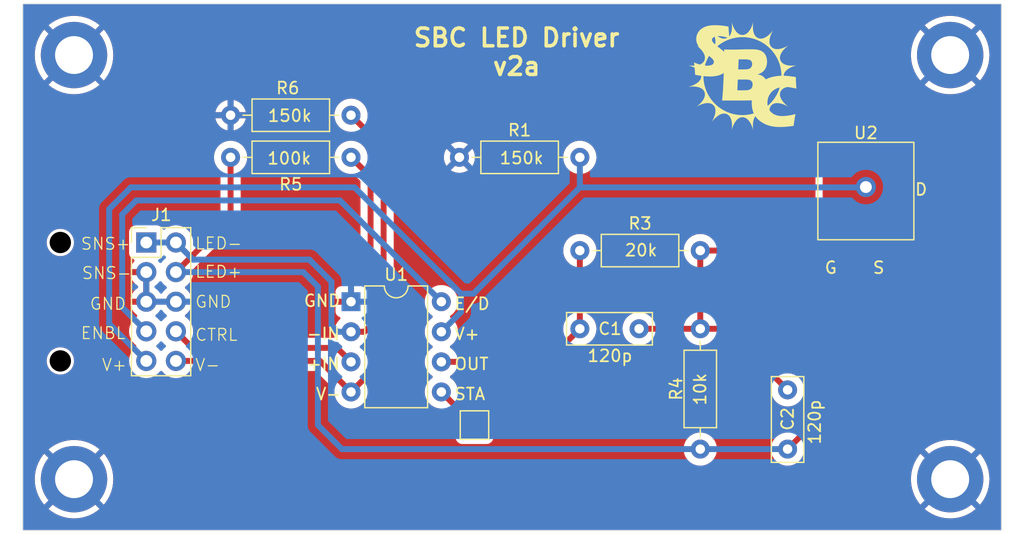
<source format=kicad_pcb>
(kicad_pcb (version 20221018) (generator pcbnew)
  (title_block (title "SBC LED driver") (date "2023-05-23") (rev "v2a") (company "SBC / Northwestern University") (comment 3 "Modified by: Zhiheng Sheng") (comment 4 "Author: Shilin Ray"))
  (layers (0 "F.Cu" signal) (31 "B.Cu" signal) (34 "B.Paste" user) (35 "F.Paste" user) (36 "B.SilkS" user "B.Silkscreen") (37 "F.SilkS" user "F.Silkscreen") (38 "B.Mask" user) (39 "F.Mask" user) (44 "Edge.Cuts" user))
  (net 0 "")
  (net 1 "GND")
  (net 2 "/ENBL")
  (net 3 "/V+")
  (net 4 "/OUT")
  (net 5 "/GATE")
  (net 6 "/LED+")
  (net 7 "/V-")
  (net 8 "/LED-")
  (net 9 "/STATUS")
  (net 10 "/CTRL")
  (footprint "Capacitor_THT:C_Disc_D7.0mm_W2.5mm_P5.00mm" (layer "F.Cu") (at 122.936 71.12 90)
    (fp_text reference "C2" (at 2.54 0 90) (layer "F.SilkS"))
    (fp_text value "120p" (at 2.286 2.286 90) (layer "F.SilkS"))
    (pad "1" thru_hole circle (at 0 0 90) (size 1.6 1.6) (drill 0.8) (layers "*.Cu" "*.Mask") (net 6 "/LED+"))
    (pad "2" thru_hole circle (at 5 0 90) (size 1.6 1.6) (drill 0.8) (layers "*.Cu" "*.Mask") (net 5 "/GATE"))
  )
  (footprint "Resistor_THT:R_Axial_DIN0207_L6.3mm_D2.5mm_P10.16mm_Horizontal" (layer "F.Cu") (at 95.25 46.482)
    (fp_text reference "R1" (at 5.08 -2.286) (layer "F.SilkS"))
    (fp_text value "150k" (at 5.245428 0.066371) (layer "F.SilkS"))
    (pad "1" thru_hole circle (at 0 0) (size 1.6 1.6) (drill 0.8) (layers "*.Cu" "*.Mask") (net 1 "GND"))
    (pad "2" thru_hole oval (at 10.16 0) (size 1.6 1.6) (drill 0.8) (layers "*.Cu" "*.Mask") (net 3 "/V+"))
  )
  (footprint "MountingHole:MountingHole_3.2mm_M3_DIN965_Pad" (layer "F.Cu") (at 62.738 37.846)
    (fp_text reference "J3")
    (fp_text value "Conn_01x01_Pin")
    (pad "1" thru_hole circle (at 0 0) (size 5.6 5.6) (drill 3.2) (layers "*.Cu" "*.Mask") (net 1 "GND"))
  )
  (footprint "MountingHole:MountingHole_3.2mm_M3_DIN965_Pad" (layer "F.Cu") (at 136.652 37.846)
    (fp_text reference "J4")
    (fp_text value "Conn_01x01_Pin")
    (pad "1" thru_hole circle (at 0 0) (size 5.6 5.6) (drill 3.2) (layers "*.Cu" "*.Mask") (net 1 "GND"))
  )
  (footprint "Package_DIP:DIP-8_W7.62mm" (layer "F.Cu") (at 86.106 58.674)
    (fp_text reference "U1" (at 3.81 -2.286) (layer "F.SilkS"))
    (fp_text value "OPA462")
    (pad "1" thru_hole rect (at 0 0) (size 1.6 1.6) (drill 0.8) (layers "*.Cu" "*.Mask") (net 1 "GND"))
    (pad "2" thru_hole oval (at 0 2.54) (size 1.6 1.6) (drill 0.8) (layers "*.Cu" "*.Mask") (net 8 "/LED-"))
    (pad "3" thru_hole oval (at 0 5.08) (size 1.6 1.6) (drill 0.8) (layers "*.Cu" "*.Mask") (net 10 "/CTRL"))
    (pad "4" thru_hole oval (at 0 7.62) (size 1.6 1.6) (drill 0.8) (layers "*.Cu" "*.Mask") (net 7 "/V-"))
    (pad "5" thru_hole oval (at 7.62 7.62) (size 1.6 1.6) (drill 0.8) (layers "*.Cu" "*.Mask") (net 9 "/STATUS"))
    (pad "6" thru_hole oval (at 7.62 5.08) (size 1.6 1.6) (drill 0.8) (layers "*.Cu" "*.Mask") (net 4 "/OUT"))
    (pad "7" thru_hole oval (at 7.62 2.54) (size 1.6 1.6) (drill 0.8) (layers "*.Cu" "*.Mask") (net 3 "/V+"))
    (pad "8" thru_hole oval (at 7.62 0) (size 1.6 1.6) (drill 0.8) (layers "*.Cu" "*.Mask") (net 2 "/ENBL"))
  )
  (footprint "Capacitor_THT:C_Disc_D7.0mm_W2.5mm_P5.00mm" (layer "F.Cu") (at 105.41 60.96)
    (fp_text reference "C1" (at 2.54 0) (layer "F.SilkS"))
    (fp_text value "120p" (at 2.54 2.286) (layer "F.SilkS"))
    (pad "1" thru_hole circle (at 0 0) (size 1.6 1.6) (drill 0.8) (layers "*.Cu" "*.Mask") (net 4 "/OUT"))
    (pad "2" thru_hole circle (at 5 0) (size 1.6 1.6) (drill 0.8) (layers "*.Cu" "*.Mask") (net 5 "/GATE"))
  )
  (footprint "led_driver:sbc_logo" (layer "F.Cu") (at 119.126 39.624)
    (fp_text reference "G***" hide)
    (fp_text value "LOGO" hide)
  )
  (footprint "TestPoint:TestPoint_Pad_2.0x2.0mm" (layer "F.Cu") (at 96.52 69.088)
    (fp_text reference "J2")
    (fp_text value "Test")
    (pad "1" smd rect (at 0 0) (size 2 2) (layers "F.Cu" "F.Mask") (net 9 "/STATUS"))
  )
  (footprint "MountingHole:MountingHole_3.2mm_M3_DIN965_Pad" (layer "F.Cu") (at 136.652 73.66)
    (fp_text reference "J5")
    (fp_text value "Conn_01x01_Pin")
    (pad "1" thru_hole circle (at 0 0) (size 5.6 5.6) (drill 3.2) (layers "*.Cu" "*.Mask") (net 1 "GND"))
  )
  (footprint "led_driver:BUK7S2R5-40H_footprint" (layer "F.Cu") (at 129.54 50.292)
    (fp_text reference "U2" (at 0 -5.872 unlocked) (layer "F.SilkS"))
    (fp_text value "BUK7S2R5-40H")
    (pad "1" smd roundrect (at -3 4.05) (size 1.2 1.4) (layers "F.Cu" "F.Paste" "F.Mask"))
    (pad "2" smd roundrect (at 1 4.05) (size 5.1 1.4) (layers "F.Cu" "F.Paste" "F.Mask"))
    (pad "3" thru_hole circle (at 0 -1.3) (size 1.7 1.7) (drill 1) (layers "*.Cu" "*.Mask"))
    (pad "3" smd roundrect (at 0 -1.3) (size 7.3 5.5) (layers "F.Cu" "F.Paste" "F.Mask"))
  )
  (footprint "Resistor_THT:R_Axial_DIN0207_L6.3mm_D2.5mm_P10.16mm_Horizontal" (layer "F.Cu") (at 86.106 46.482 180)
    (fp_text reference "R5" (at 5.08 -2.286) (layer "F.SilkS"))
    (fp_text value "100k" (at 5.212309 -0.087907) (layer "F.SilkS"))
    (pad "1" thru_hole circle (at 0 0 180) (size 1.6 1.6) (drill 0.8) (layers "*.Cu" "*.Mask") (net 8 "/LED-"))
    (pad "2" thru_hole oval (at 10.16 0 180) (size 1.6 1.6) (drill 0.8) (layers "*.Cu" "*.Mask") (net 6 "/LED+"))
  )
  (footprint "Resistor_THT:R_Axial_DIN0207_L6.3mm_D2.5mm_P10.16mm_Horizontal" (layer "F.Cu") (at 115.57 54.356 180)
    (fp_text reference "R3" (at 5.08 2.286) (layer "F.SilkS"))
    (fp_text value "20k" (at 4.996772 0.025055) (layer "F.SilkS"))
    (pad "1" thru_hole circle (at 0 0 180) (size 1.6 1.6) (drill 0.8) (layers "*.Cu" "*.Mask") (net 5 "/GATE"))
    (pad "2" thru_hole oval (at 10.16 0 180) (size 1.6 1.6) (drill 0.8) (layers "*.Cu" "*.Mask") (net 4 "/OUT"))
  )
  (footprint "Connector_PinHeader_2.54mm:PinHeader_2x05_P2.54mm_Vertical" (layer "F.Cu") (at 68.834 53.674)
    (fp_text reference "J1" (at 1.27 -2.33) (layer "F.SilkS"))
    (fp_text value "Molex 10-pin")
    (pad "" np_thru_hole circle (at -7.25 0) (size 1.8 1.8) (drill 1.8) (layers "*.Mask"))
    (pad "" np_thru_hole circle (at -7.25 10) (size 1.8 1.8) (drill 1.8) (layers "*.Mask"))
    (pad "1" thru_hole rect (at 0 0) (size 1.7 1.7) (drill 1) (layers "*.Cu" "*.Mask") (net 8 "/LED-"))
    (pad "2" thru_hole oval (at 0 2.5) (size 1.7 1.7) (drill 1) (layers "*.Cu" "*.Mask") (net 1 "GND"))
    (pad "3" thru_hole oval (at 0 5) (size 1.7 1.7) (drill 1) (layers "*.Cu" "*.Mask") (net 1 "GND"))
    (pad "4" thru_hole oval (at 0 7.5) (size 1.7 1.7) (drill 1) (layers "*.Cu" "*.Mask") (net 2 "/ENBL"))
    (pad "5" thru_hole oval (at 0 10) (size 1.7 1.7) (drill 1) (layers "*.Cu" "*.Mask") (net 3 "/V+"))
    (pad "6" thru_hole oval (at 2.5 10) (size 1.7 1.7) (drill 1) (layers "*.Cu" "*.Mask") (net 7 "/V-"))
    (pad "7" thru_hole oval (at 2.5 7.5) (size 1.7 1.7) (drill 1) (layers "*.Cu" "*.Mask") (net 10 "/CTRL"))
    (pad "8" thru_hole oval (at 2.5 5) (size 1.7 1.7) (drill 1) (layers "*.Cu" "*.Mask" "Eco1.User") (net 1 "GND"))
    (pad "9" thru_hole oval (at 2.5 2.5) (size 1.7 1.7) (drill 1) (layers "*.Cu" "*.Mask") (net 6 "/LED+"))
    (pad "10" thru_hole oval (at 2.5 0) (size 1.7 1.7) (drill 1) (layers "*.Cu" "*.Mask") (net 8 "/LED-"))
  )
  (footprint "MountingHole:MountingHole_3.2mm_M3_DIN965_Pad" (layer "F.Cu") (at 62.738 73.66)
    (fp_text reference "J6")
    (fp_text value "Conn_01x01_Pin")
    (pad "1" thru_hole circle (at 0 0) (size 5.6 5.6) (drill 3.2) (layers "*.Cu" "*.Mask") (net 1 "GND"))
  )
  (footprint "Resistor_THT:R_Axial_DIN0207_L6.3mm_D2.5mm_P10.16mm_Horizontal" (layer "F.Cu") (at 86.106 42.926 180)
    (fp_text reference "R6" (at 5.334 2.286) (layer "F.SilkS"))
    (fp_text value "150k" (at 5.168293 -0.045759) (layer "F.SilkS"))
    (pad "1" thru_hole circle (at 0 0 180) (size 1.6 1.6) (drill 0.8) (layers "*.Cu" "*.Mask") (net 7 "/V-"))
    (pad "2" thru_hole oval (at 10.16 0 180) (size 1.6 1.6) (drill 0.8) (layers "*.Cu" "*.Mask") (net 1 "GND"))
  )
  (footprint "Resistor_THT:R_Axial_DIN0207_L6.3mm_D2.5mm_P10.16mm_Horizontal" (layer "F.Cu") (at 115.57 71.12 90)
    (fp_text reference "R4" (at 5.08 -2.032 270) (layer "F.SilkS"))
    (fp_text value "10k" (at 5.057434 -0.013042 90) (layer "F.SilkS"))
    (pad "1" thru_hole circle (at 0 0 90) (size 1.6 1.6) (drill 0.8) (layers "*.Cu" "*.Mask") (net 6 "/LED+"))
    (pad "2" thru_hole oval (at 10.16 0 90) (size 1.6 1.6) (drill 0.8) (layers "*.Cu" "*.Mask") (net 5 "/GATE"))
  )
  (gr_rect (start 58.42 33.528) (end 140.97 77.978) (stroke (width 0.05)) (fill none) (layer "Edge.Cuts"))
  (gr_text "SNS+" (at 63.246 54.367793) (layer "F.SilkS") (effects (font (size 1 1) (thickness 0.1)) (justify left bottom)))
  (gr_text "STA" (at 94.742 67.056) (layer "F.SilkS") (effects (font (size 1 1)) (justify left bottom)))
  (gr_text "CTRL" (at 72.898 62.056) (layer "F.SilkS") (effects (font (size 1 1) (thickness 0.1)) (justify left bottom)))
  (gr_text "S" (at 130.048 56.388) (layer "F.SilkS") (effects (font (size 1 1)) (justify left bottom)))
  (gr_text "LED+" (at 72.898 56.730937) (layer "F.SilkS") (effects (font (size 1 1) (thickness 0.1)) (justify left bottom)))
  (gr_text "V-" (at 83.058 67.056) (layer "F.SilkS") (effects (font (size 1 1)) (justify left bottom)))
  (gr_text "V-" (at 72.898 64.596) (layer "F.SilkS") (effects (font (size 1 1) (thickness 0.1)) (justify left bottom)))
  (gr_text "G" (at 125.984 56.388) (layer "F.SilkS") (effects (font (size 1 1)) (justify left bottom)))
  (gr_text "SNS-" (at 63.332303 56.84171) (layer "F.SilkS") (effects (font (size 1 1) (thickness 0.1)) (justify left bottom)))
  (gr_text "GND" (at 82.042 59.182) (layer "F.SilkS") (effects (font (size 1 1)) (justify left bottom)))
  (gr_text "-IN" (at 82.296 61.976) (layer "F.SilkS") (effects (font (size 1 1)) (justify left bottom)))
  (gr_text "+IN" (at 82.296 64.516) (layer "F.SilkS") (effects (font (size 1 1)) (justify left bottom)))
  (gr_text "GND" (at 64.008 59.435925) (layer "F.SilkS") (effects (font (size 1 1) (thickness 0.1)) (justify left bottom)))
  (gr_text "SBC LED Driver\nv2a" (at 100.076 37.592) (layer "F.SilkS") (effects (font (size 1.5 1.5) (thickness 0.3))))
  (gr_text "GND" (at 72.898 59.262) (layer "F.SilkS") (effects (font (size 1 1) (thickness 0.1)) (justify left bottom)))
  (gr_text "V+" (at 65.024 64.596) (layer "F.SilkS") (effects (font (size 1 1) (thickness 0.1)) (justify left bottom)))
  (gr_text "V+" (at 94.742 61.976) (layer "F.SilkS") (effects (font (size 1 1)) (justify left bottom)))
  (gr_text "LED-" (at 72.898 54.338634) (layer "F.SilkS") (effects (font (size 1 1) (thickness 0.1)) (justify left bottom)))
  (gr_text "OUT" (at 94.742 64.516) (layer "F.SilkS") (effects (font (size 1 1)) (justify left bottom)))
  (gr_text "ENBL\n" (at 63.246 61.913944) (layer "F.SilkS") (effects (font (size 1 1) (thickness 0.1)) (justify left bottom)))
  (gr_text "D" (at 133.604 49.784) (layer "F.SilkS") (effects (font (size 1 1)) (justify left bottom)))
  (gr_text "E/D" (at 94.742 59.436) (layer "F.SilkS") (effects (font (size 1 1)) (justify left bottom)))
  (segment (start 67.988 50.122) (end 85.174 50.122) (width 0.5) (layer "B.Cu") (net 2))
  (segment (start 66.802 51.308) (end 66.802 59.142) (width 0.5) (layer "B.Cu") (net 2))
  (segment (start 66.802 59.142) (end 68.834 61.174) (width 0.5) (layer "B.Cu") (net 2))
  (segment (start 85.174 50.122) (end 93.726 58.674) (width 0.5) (layer "B.Cu") (net 2))
  (segment (start 67.988 50.122) (end 66.802 51.308) (width 0.5) (layer "B.Cu") (net 2))
  (segment (start 65.702 50.852365) (end 67.532366 49.022) (width 0.5) (layer "B.Cu") (net 3))
  (segment (start 105.41 49.022) (end 96.441453 57.990547) (width 0.5) (layer "B.Cu") (net 3))
  (segment (start 105.41 49.022) (end 105.41 46.482) (width 0.5) (layer "B.Cu") (net 3))
  (segment (start 65.702 60.542) (end 65.702 50.852365) (width 0.5) (layer "B.Cu") (net 3))
  (segment (start 95.376 57.990547) (end 95.376 59.564) (width 0.5) (layer "B.Cu") (net 3))
  (segment (start 95.376 59.564) (end 93.726 61.214) (width 0.5) (layer "B.Cu") (net 3))
  (segment (start 86.407453 49.022) (end 95.376 57.990547) (width 0.5) (layer "B.Cu") (net 3))
  (segment (start 67.532366 49.022) (end 86.407453 49.022) (width 0.5) (layer "B.Cu") (net 3))
  (segment (start 68.834 63.674) (end 65.702 60.542) (width 0.5) (layer "B.Cu") (net 3))
  (segment (start 129.54 49.022) (end 105.41 49.022) (width 0.5) (layer "B.Cu") (net 3))
  (segment (start 96.441453 57.990547) (end 95.376 57.990547) (width 0.5) (layer "B.Cu") (net 3))
  (segment (start 93.726 63.754) (end 102.616 63.754) (width 0.5) (layer "F.Cu") (net 4))
  (segment (start 102.616 63.754) (end 105.41 60.96) (width 0.5) (layer "F.Cu") (net 4))
  (segment (start 105.41 54.356) (end 105.41 60.96) (width 0.5) (layer "F.Cu") (net 4))
  (segment (start 110.41 60.96) (end 115.57 60.96) (width 0.5) (layer "F.Cu") (net 5))
  (segment (start 115.57 60.96) (end 115.57 54.356) (width 0.5) (layer "F.Cu") (net 5))
  (segment (start 117.776 60.96) (end 122.936 66.12) (width 0.5) (layer "F.Cu") (net 5))
  (segment (start 115.57 54.356) (end 126.524 54.356) (width 0.5) (layer "F.Cu") (net 5))
  (segment (start 115.57 60.96) (end 117.776 60.96) (width 0.5) (layer "F.Cu") (net 5))
  (segment (start 130.54 63.516) (end 130.54 54.372) (width 0.5) (layer "F.Cu") (net 6))
  (segment (start 75.946 51.562) (end 75.946 46.482) (width 0.5) (layer "F.Cu") (net 6))
  (segment (start 71.334 56.174) (end 75.946 51.562) (width 0.5) (layer "F.Cu") (net 6))
  (segment (start 128.556 54.356) (end 128.572 54.372) (width 0.5) (layer "F.Cu") (net 6))
  (segment (start 122.936 71.12) (end 130.54 63.516) (width 0.5) (layer "F.Cu") (net 6))
  (segment (start 83.312 69.088) (end 85.344 71.12) (width 0.5) (layer "B.Cu") (net 6))
  (segment (start 85.344 71.12) (end 115.57 71.12) (width 0.5) (layer "B.Cu") (net 6))
  (segment (start 83.312 57.404) (end 83.312 69.088) (width 0.5) (layer "B.Cu") (net 6))
  (segment (start 82.082 56.174) (end 83.312 57.404) (width 0.5) (layer "B.Cu") (net 6))
  (segment (start 71.334 56.174) (end 82.082 56.174) (width 0.5) (layer "B.Cu") (net 6))
  (segment (start 122.936 71.12) (end 115.57 71.12) (width 0.5) (layer "B.Cu") (net 6))
  (segment (start 88.856 63.544) (end 86.106 66.294) (width 0.5) (layer "F.Cu") (net 7))
  (segment (start 86.106 42.926) (end 88.856 45.676) (width 0.5) (layer "F.Cu") (net 7))
  (segment (start 88.856 45.676) (end 88.856 63.544) (width 0.5) (layer "F.Cu") (net 7))
  (segment (start 71.334 63.674) (end 83.486 63.674) (width 0.5) (layer "F.Cu") (net 7))
  (segment (start 83.486 63.674) (end 86.106 66.294) (width 0.5) (layer "F.Cu") (net 7))
  (segment (start 87.756 60.69537) (end 87.23737 61.214) (width 0.5) (layer "F.Cu") (net 8))
  (segment (start 87.756 48.132) (end 87.756 60.69537) (width 0.5) (layer "F.Cu") (net 8))
  (segment (start 86.106 46.482) (end 87.756 48.132) (width 0.5) (layer "F.Cu") (net 8))
  (segment (start 87.23737 61.214) (end 86.106 61.214) (width 0.5) (layer "F.Cu") (net 8))
  (segment (start 84.456 60.69537) (end 84.97463 61.214) (width 0.5) (layer "B.Cu") (net 8))
  (segment (start 82.59466 55.118) (end 84.456 56.97934) (width 0.5) (layer "B.Cu") (net 8))
  (segment (start 84.456 56.97934) (end 84.456 60.69537) (width 0.5) (layer "B.Cu") (net 8))
  (segment (start 84.97463 61.214) (end 86.106 61.214) (width 0.5) (layer "B.Cu") (net 8))
  (segment (start 71.334 53.674) (end 72.778 55.118) (width 0.5) (layer "B.Cu") (net 8))
  (segment (start 72.778 55.118) (end 82.59466 55.118) (width 0.5) (layer "B.Cu") (net 8))
  (segment (start 68.834 53.674) (end 71.334 53.674) (width 0.5) (layer "B.Cu") (net 8))
  (segment (start 93.726 66.294) (end 96.52 69.088) (width 0.5) (layer "F.Cu") (net 9))
  (segment (start 84.926 62.574) (end 86.106 63.754) (width 0.5) (layer "F.Cu") (net 10))
  (segment (start 72.734 62.574) (end 84.926 62.574) (width 0.5) (layer "F.Cu") (net 10))
  (segment (start 71.334 61.174) (end 71.668 60.84) (width 0.5) (layer "F.Cu") (net 10))
  (segment (start 71.334 61.174) (end 72.734 62.574) (width 0.5) (layer "F.Cu") (net 10))
  (zone (net 1) (net_name "GND") (layer "F.Cu") (connect_pads (clearance 0.508)) (min_thickness 0.254) (fill yes (thermal_gap 0.508) (thermal_bridge_width 0.508))
    (polygon (pts (xy 140.97 77.978) (xy 58.42 77.978) (xy 58.42 33.528) (xy 140.97 33.528)))
  )
  (zone (net 1) (net_name "GND") (layer "B.Cu") (connect_pads (clearance 0.508)) (min_thickness 0.254) (fill yes (thermal_gap 0.508) (thermal_bridge_width 0.508) (island_removal_mode 1) (island_area_min 0))
    (polygon (pts (xy 140.97 77.978) (xy 58.42 77.983494) (xy 58.42 33.533494) (xy 140.97 33.533494)))
  )
)
</source>
